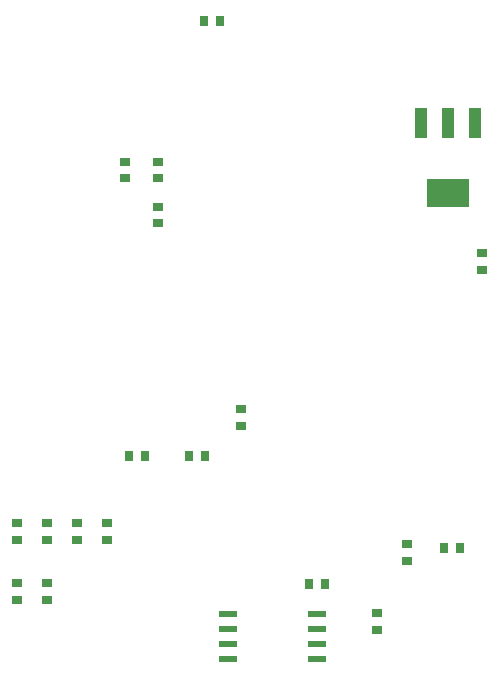
<source format=gtp>
G04 Layer: TopPasteMaskLayer*
G04 EasyEDA v6.5.40, 2024-12-13 02:27:43*
G04 cafc711810e44acb902ef42d95588454,10*
G04 Gerber Generator version 0.2*
G04 Scale: 100 percent, Rotated: No, Reflected: No *
G04 Dimensions in inches *
G04 leading zeros omitted , absolute positions ,3 integer and 6 decimal *
%FSLAX36Y36*%
%MOIN*%

%AMMACRO1*21,1,$1,$2,0,0,$3*%
%ADD10R,0.0354X0.0315*%
%ADD11R,0.0433X0.0984*%
%ADD12MACRO1,0.1417X0.0921X0.0000*%
%ADD13R,0.0630X0.0197*%
%ADD14R,0.0315X0.0354*%

%LPD*%
D10*
G01*
X570000Y-572559D03*
G01*
X570000Y-517440D03*
G01*
X460000Y-572559D03*
G01*
X460000Y-517440D03*
G01*
X570000Y-722559D03*
G01*
X570000Y-667440D03*
D11*
G01*
X1625550Y-388069D03*
G01*
X1535000Y-388069D03*
G01*
X1444449Y-388069D03*
D12*
G01*
X1535000Y-621929D03*
D13*
G01*
X1097640Y-2175000D03*
G01*
X1097640Y-2125000D03*
G01*
X1097640Y-2075000D03*
G01*
X1097640Y-2025000D03*
G01*
X802359Y-2025000D03*
G01*
X802359Y-2075000D03*
G01*
X802359Y-2125000D03*
G01*
X802359Y-2175000D03*
D10*
G01*
X100000Y-1777559D03*
G01*
X100000Y-1722440D03*
G01*
X200000Y-1777559D03*
G01*
X200000Y-1722440D03*
G01*
X300000Y-1777559D03*
G01*
X300000Y-1722440D03*
G01*
X400000Y-1777559D03*
G01*
X400000Y-1722440D03*
G01*
X100000Y-1977559D03*
G01*
X100000Y-1922440D03*
G01*
X200000Y-1977559D03*
G01*
X200000Y-1922440D03*
D14*
G01*
X1577560Y-1805000D03*
G01*
X1522439Y-1805000D03*
D10*
G01*
X1400000Y-1792440D03*
G01*
X1400000Y-1847559D03*
G01*
X1650000Y-877559D03*
G01*
X1650000Y-822440D03*
G01*
X1300000Y-2077559D03*
G01*
X1300000Y-2022440D03*
D14*
G01*
X527559Y-1500000D03*
G01*
X472440Y-1500000D03*
G01*
X727559Y-1500000D03*
G01*
X672440Y-1500000D03*
G01*
X1127560Y-1925000D03*
G01*
X1072439Y-1925000D03*
G01*
X777560Y-50000D03*
G01*
X722440Y-50000D03*
D10*
G01*
X845000Y-1342440D03*
G01*
X845000Y-1397559D03*
M02*

</source>
